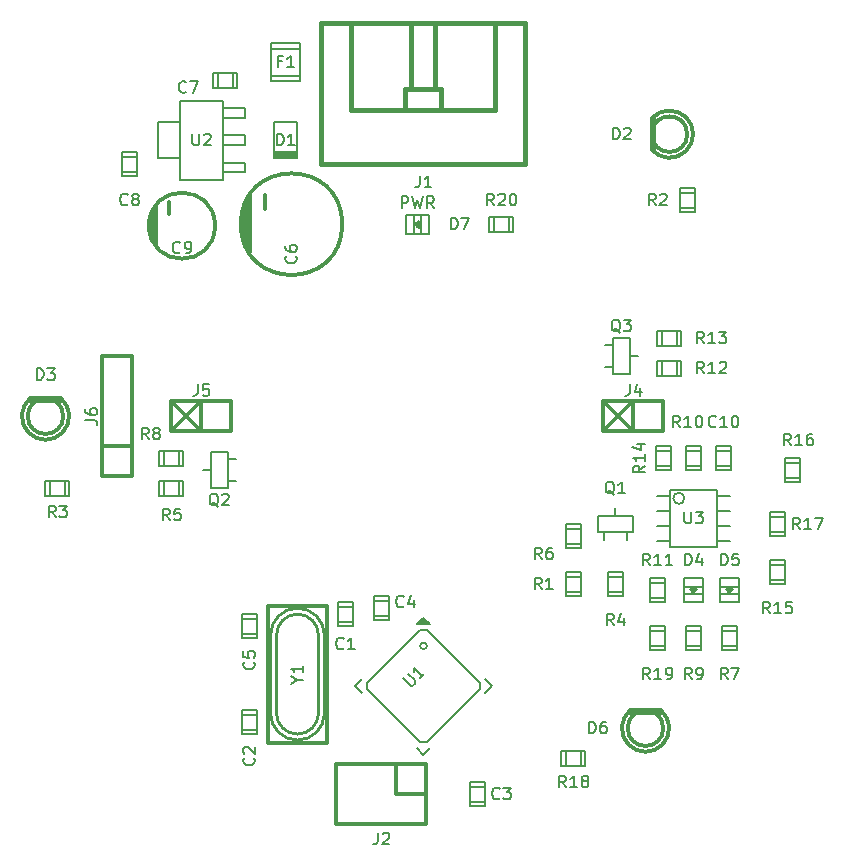
<source format=gto>
G04 #@! TF.FileFunction,Legend,Top*
%FSLAX46Y46*%
G04 Gerber Fmt 4.6, Leading zero omitted, Abs format (unit mm)*
G04 Created by KiCad (PCBNEW 4.0.6) date 01/31/18 09:47:40*
%MOMM*%
%LPD*%
G01*
G04 APERTURE LIST*
%ADD10C,0.100000*%
%ADD11C,0.127000*%
%ADD12C,0.304800*%
%ADD13C,0.300000*%
%ADD14C,0.299720*%
%ADD15C,0.149860*%
%ADD16C,0.254000*%
%ADD17C,0.381000*%
%ADD18C,0.150000*%
%ADD19C,0.203200*%
G04 APERTURE END LIST*
D10*
D11*
X37607240Y-27815540D02*
X39608760Y-27815540D01*
X39608760Y-27716480D02*
X37607240Y-27716480D01*
X37607240Y-27614880D02*
X39608760Y-27614880D01*
X39608760Y-27515820D02*
X37607240Y-27515820D01*
X39608760Y-27416760D02*
X37607240Y-27416760D01*
X39608760Y-27917140D02*
X39608760Y-24914860D01*
X39608760Y-24914860D02*
X37607240Y-24914860D01*
X37607240Y-24914860D02*
X37607240Y-27917140D01*
X37607240Y-27917140D02*
X39608760Y-27917140D01*
X44323000Y-67183000D02*
X43053000Y-67183000D01*
X44323000Y-65913000D02*
X43078400Y-65913000D01*
X44323000Y-65532000D02*
X44323000Y-67564000D01*
X44323000Y-67564000D02*
X43053000Y-67564000D01*
X43053000Y-67564000D02*
X43053000Y-65532000D01*
X43053000Y-65532000D02*
X44323000Y-65532000D01*
X36195000Y-76327000D02*
X34925000Y-76327000D01*
X36195000Y-75057000D02*
X34950400Y-75057000D01*
X36195000Y-74676000D02*
X36195000Y-76708000D01*
X36195000Y-76708000D02*
X34925000Y-76708000D01*
X34925000Y-76708000D02*
X34925000Y-74676000D01*
X34925000Y-74676000D02*
X36195000Y-74676000D01*
X54229000Y-81153000D02*
X55499000Y-81153000D01*
X54229000Y-82423000D02*
X55473600Y-82423000D01*
X54229000Y-82804000D02*
X54229000Y-80772000D01*
X54229000Y-80772000D02*
X55499000Y-80772000D01*
X55499000Y-80772000D02*
X55499000Y-82804000D01*
X55499000Y-82804000D02*
X54229000Y-82804000D01*
X47371000Y-66675000D02*
X46101000Y-66675000D01*
X47371000Y-65405000D02*
X46126400Y-65405000D01*
X47371000Y-65024000D02*
X47371000Y-67056000D01*
X47371000Y-67056000D02*
X46101000Y-67056000D01*
X46101000Y-67056000D02*
X46101000Y-65024000D01*
X46101000Y-65024000D02*
X47371000Y-65024000D01*
X34925000Y-66929000D02*
X36195000Y-66929000D01*
X34925000Y-68199000D02*
X36169600Y-68199000D01*
X34925000Y-68580000D02*
X34925000Y-66548000D01*
X34925000Y-66548000D02*
X36195000Y-66548000D01*
X36195000Y-66548000D02*
X36195000Y-68580000D01*
X36195000Y-68580000D02*
X34925000Y-68580000D01*
D12*
X35616000Y-35928000D02*
X35616000Y-31128000D01*
X43416000Y-33528000D02*
G75*
G03X43416000Y-33528000I-4300000J0D01*
G01*
X35416000Y-35328000D02*
X35416000Y-31728000D01*
X35216000Y-34928000D02*
X35216000Y-32128000D01*
X35016000Y-34328000D02*
X35016000Y-32628000D01*
D13*
X36916000Y-32228000D02*
X36916000Y-31028000D01*
D11*
X34163000Y-20701000D02*
X34163000Y-21971000D01*
X32893000Y-20701000D02*
X32893000Y-21945600D01*
X32512000Y-20701000D02*
X34544000Y-20701000D01*
X34544000Y-20701000D02*
X34544000Y-21971000D01*
X34544000Y-21971000D02*
X32512000Y-21971000D01*
X32512000Y-21971000D02*
X32512000Y-20701000D01*
X24765000Y-27813000D02*
X26035000Y-27813000D01*
X24765000Y-29083000D02*
X26009600Y-29083000D01*
X24765000Y-29464000D02*
X24765000Y-27432000D01*
X24765000Y-27432000D02*
X26035000Y-27432000D01*
X26035000Y-27432000D02*
X26035000Y-29464000D01*
X26035000Y-29464000D02*
X24765000Y-29464000D01*
X76327000Y-53975000D02*
X75057000Y-53975000D01*
X76327000Y-52705000D02*
X75082400Y-52705000D01*
X76327000Y-52324000D02*
X76327000Y-54356000D01*
X76327000Y-54356000D02*
X75057000Y-54356000D01*
X75057000Y-54356000D02*
X75057000Y-52324000D01*
X75057000Y-52324000D02*
X76327000Y-52324000D01*
D14*
X69611240Y-27218640D02*
G75*
G03X72430640Y-27416760I1508760J1310640D01*
G01*
X72450960Y-24406860D02*
G75*
G03X69618860Y-24577040I-1330960J-1501140D01*
G01*
X71120000Y-27906980D02*
G75*
G03X73118980Y-25908000I0J1998980D01*
G01*
X73118980Y-25908000D02*
G75*
G03X71120000Y-23909020I-1998980J0D01*
G01*
X69819520Y-24406860D02*
X69819520Y-27409140D01*
X69618860Y-24607520D02*
X69618860Y-27208480D01*
X72621140Y-25908000D02*
G75*
G03X72621140Y-25908000I-1501140J0D01*
G01*
X16977360Y-48275240D02*
G75*
G03X16779240Y-51094640I1310640J-1508760D01*
G01*
X19789140Y-51114960D02*
G75*
G03X19618960Y-48282860I-1501140J1330960D01*
G01*
X16289020Y-49784000D02*
G75*
G03X18288000Y-51782980I1998980J0D01*
G01*
X18288000Y-51782980D02*
G75*
G03X20286980Y-49784000I0J1998980D01*
G01*
X19789140Y-48483520D02*
X16786860Y-48483520D01*
X19588480Y-48282860D02*
X16987520Y-48282860D01*
X19789140Y-49784000D02*
G75*
G03X19789140Y-49784000I-1501140J0D01*
G01*
D11*
X73152000Y-64716660D02*
X73451720Y-64416940D01*
X73451720Y-64416940D02*
X72852280Y-64416940D01*
X72852280Y-64416940D02*
X73152000Y-64716660D01*
X73052940Y-64615060D02*
X73251060Y-64615060D01*
X73352660Y-64516000D02*
X72951340Y-64516000D01*
X72351900Y-64815720D02*
X73952100Y-64815720D01*
X73952100Y-64216280D02*
X72351900Y-64216280D01*
X73952100Y-63515240D02*
X73952100Y-65516760D01*
X73952100Y-65516760D02*
X72351900Y-65516760D01*
X72351900Y-65516760D02*
X72351900Y-63515240D01*
X72351900Y-63515240D02*
X73952100Y-63515240D01*
X76200000Y-64716660D02*
X76499720Y-64416940D01*
X76499720Y-64416940D02*
X75900280Y-64416940D01*
X75900280Y-64416940D02*
X76200000Y-64716660D01*
X76100940Y-64615060D02*
X76299060Y-64615060D01*
X76400660Y-64516000D02*
X75999340Y-64516000D01*
X75399900Y-64815720D02*
X77000100Y-64815720D01*
X77000100Y-64216280D02*
X75399900Y-64216280D01*
X77000100Y-63515240D02*
X77000100Y-65516760D01*
X77000100Y-65516760D02*
X75399900Y-65516760D01*
X75399900Y-65516760D02*
X75399900Y-63515240D01*
X75399900Y-63515240D02*
X77000100Y-63515240D01*
X39852600Y-18211800D02*
X37363400Y-18211800D01*
X37363400Y-21412200D02*
X39852600Y-21412200D01*
X39852600Y-20955000D02*
X37363400Y-20955000D01*
X37363400Y-18669000D02*
X39852600Y-18669000D01*
X37363400Y-18211800D02*
X37363400Y-21412200D01*
X39852600Y-21412200D02*
X39852600Y-18211800D01*
D12*
X50546000Y-84328000D02*
X42926000Y-84328000D01*
X42926000Y-84328000D02*
X42926000Y-79248000D01*
X42926000Y-79248000D02*
X50546000Y-79248000D01*
X50546000Y-81788000D02*
X48006000Y-81788000D01*
X48006000Y-81788000D02*
X48006000Y-79248000D01*
X50546000Y-84328000D02*
X50546000Y-79248000D01*
X68072000Y-48514000D02*
X68072000Y-51054000D01*
X68072000Y-51054000D02*
X65532000Y-48514000D01*
X65532000Y-51054000D02*
X68072000Y-48514000D01*
X70612000Y-51054000D02*
X65532000Y-51054000D01*
X65532000Y-48514000D02*
X70612000Y-48514000D01*
X65532000Y-51054000D02*
X65532000Y-48514000D01*
X70612000Y-48514000D02*
X70612000Y-51054000D01*
X31496000Y-48514000D02*
X31496000Y-51054000D01*
X31496000Y-51054000D02*
X28956000Y-48514000D01*
X28956000Y-51054000D02*
X31496000Y-48514000D01*
X34036000Y-51054000D02*
X28956000Y-51054000D01*
X28956000Y-48514000D02*
X34036000Y-48514000D01*
X28956000Y-51054000D02*
X28956000Y-48514000D01*
X34036000Y-48514000D02*
X34036000Y-51054000D01*
D11*
X62357000Y-63373000D02*
X63627000Y-63373000D01*
X62357000Y-64643000D02*
X63601600Y-64643000D01*
X62357000Y-65024000D02*
X62357000Y-62992000D01*
X62357000Y-62992000D02*
X63627000Y-62992000D01*
X63627000Y-62992000D02*
X63627000Y-65024000D01*
X63627000Y-65024000D02*
X62357000Y-65024000D01*
X72009000Y-30861000D02*
X73279000Y-30861000D01*
X72009000Y-32131000D02*
X73253600Y-32131000D01*
X72009000Y-32512000D02*
X72009000Y-30480000D01*
X72009000Y-30480000D02*
X73279000Y-30480000D01*
X73279000Y-30480000D02*
X73279000Y-32512000D01*
X73279000Y-32512000D02*
X72009000Y-32512000D01*
X18669000Y-56515000D02*
X18669000Y-55245000D01*
X19939000Y-56515000D02*
X19939000Y-55270400D01*
X20320000Y-56515000D02*
X18288000Y-56515000D01*
X18288000Y-56515000D02*
X18288000Y-55245000D01*
X18288000Y-55245000D02*
X20320000Y-55245000D01*
X20320000Y-55245000D02*
X20320000Y-56515000D01*
X67183000Y-64643000D02*
X65913000Y-64643000D01*
X67183000Y-63373000D02*
X65938400Y-63373000D01*
X67183000Y-62992000D02*
X67183000Y-65024000D01*
X67183000Y-65024000D02*
X65913000Y-65024000D01*
X65913000Y-65024000D02*
X65913000Y-62992000D01*
X65913000Y-62992000D02*
X67183000Y-62992000D01*
X29591000Y-55245000D02*
X29591000Y-56515000D01*
X28321000Y-55245000D02*
X28321000Y-56489600D01*
X27940000Y-55245000D02*
X29972000Y-55245000D01*
X29972000Y-55245000D02*
X29972000Y-56515000D01*
X29972000Y-56515000D02*
X27940000Y-56515000D01*
X27940000Y-56515000D02*
X27940000Y-55245000D01*
X63627000Y-60579000D02*
X62357000Y-60579000D01*
X63627000Y-59309000D02*
X62382400Y-59309000D01*
X63627000Y-58928000D02*
X63627000Y-60960000D01*
X63627000Y-60960000D02*
X62357000Y-60960000D01*
X62357000Y-60960000D02*
X62357000Y-58928000D01*
X62357000Y-58928000D02*
X63627000Y-58928000D01*
X75565000Y-67945000D02*
X76835000Y-67945000D01*
X75565000Y-69215000D02*
X76809600Y-69215000D01*
X75565000Y-69596000D02*
X75565000Y-67564000D01*
X75565000Y-67564000D02*
X76835000Y-67564000D01*
X76835000Y-67564000D02*
X76835000Y-69596000D01*
X76835000Y-69596000D02*
X75565000Y-69596000D01*
X28321000Y-53975000D02*
X28321000Y-52705000D01*
X29591000Y-53975000D02*
X29591000Y-52730400D01*
X29972000Y-53975000D02*
X27940000Y-53975000D01*
X27940000Y-53975000D02*
X27940000Y-52705000D01*
X27940000Y-52705000D02*
X29972000Y-52705000D01*
X29972000Y-52705000D02*
X29972000Y-53975000D01*
X73787000Y-69215000D02*
X72517000Y-69215000D01*
X73787000Y-67945000D02*
X72542400Y-67945000D01*
X73787000Y-67564000D02*
X73787000Y-69596000D01*
X73787000Y-69596000D02*
X72517000Y-69596000D01*
X72517000Y-69596000D02*
X72517000Y-67564000D01*
X72517000Y-67564000D02*
X73787000Y-67564000D01*
X73787000Y-53975000D02*
X72517000Y-53975000D01*
X73787000Y-52705000D02*
X72542400Y-52705000D01*
X73787000Y-52324000D02*
X73787000Y-54356000D01*
X73787000Y-54356000D02*
X72517000Y-54356000D01*
X72517000Y-54356000D02*
X72517000Y-52324000D01*
X72517000Y-52324000D02*
X73787000Y-52324000D01*
X69469000Y-63881000D02*
X70739000Y-63881000D01*
X69469000Y-65151000D02*
X70713600Y-65151000D01*
X69469000Y-65532000D02*
X69469000Y-63500000D01*
X69469000Y-63500000D02*
X70739000Y-63500000D01*
X70739000Y-63500000D02*
X70739000Y-65532000D01*
X70739000Y-65532000D02*
X69469000Y-65532000D01*
X71755000Y-45085000D02*
X71755000Y-46355000D01*
X70485000Y-45085000D02*
X70485000Y-46329600D01*
X70104000Y-45085000D02*
X72136000Y-45085000D01*
X72136000Y-45085000D02*
X72136000Y-46355000D01*
X72136000Y-46355000D02*
X70104000Y-46355000D01*
X70104000Y-46355000D02*
X70104000Y-45085000D01*
X70485000Y-43815000D02*
X70485000Y-42545000D01*
X71755000Y-43815000D02*
X71755000Y-42570400D01*
X72136000Y-43815000D02*
X70104000Y-43815000D01*
X70104000Y-43815000D02*
X70104000Y-42545000D01*
X70104000Y-42545000D02*
X72136000Y-42545000D01*
X72136000Y-42545000D02*
X72136000Y-43815000D01*
X69977000Y-52705000D02*
X71247000Y-52705000D01*
X69977000Y-53975000D02*
X71221600Y-53975000D01*
X69977000Y-54356000D02*
X69977000Y-52324000D01*
X69977000Y-52324000D02*
X71247000Y-52324000D01*
X71247000Y-52324000D02*
X71247000Y-54356000D01*
X71247000Y-54356000D02*
X69977000Y-54356000D01*
X79629000Y-62357000D02*
X80899000Y-62357000D01*
X79629000Y-63627000D02*
X80873600Y-63627000D01*
X79629000Y-64008000D02*
X79629000Y-61976000D01*
X79629000Y-61976000D02*
X80899000Y-61976000D01*
X80899000Y-61976000D02*
X80899000Y-64008000D01*
X80899000Y-64008000D02*
X79629000Y-64008000D01*
X80899000Y-53721000D02*
X82169000Y-53721000D01*
X80899000Y-54991000D02*
X82143600Y-54991000D01*
X80899000Y-55372000D02*
X80899000Y-53340000D01*
X80899000Y-53340000D02*
X82169000Y-53340000D01*
X82169000Y-53340000D02*
X82169000Y-55372000D01*
X82169000Y-55372000D02*
X80899000Y-55372000D01*
X79629000Y-58293000D02*
X80899000Y-58293000D01*
X79629000Y-59563000D02*
X80873600Y-59563000D01*
X79629000Y-59944000D02*
X79629000Y-57912000D01*
X79629000Y-57912000D02*
X80899000Y-57912000D01*
X80899000Y-57912000D02*
X80899000Y-59944000D01*
X80899000Y-59944000D02*
X79629000Y-59944000D01*
D15*
X50150112Y-66988235D02*
X50433888Y-66988235D01*
X50573980Y-67128327D02*
X50010020Y-67128327D01*
X49868132Y-67270215D02*
X50715868Y-67270215D01*
X49726244Y-67412103D02*
X50292000Y-66846347D01*
X50292000Y-66846347D02*
X50857756Y-67412103D01*
X50857756Y-67412103D02*
X49726244Y-67412103D01*
X45060103Y-73209756D02*
X44494347Y-72644000D01*
X44494347Y-72644000D02*
X45060103Y-72078244D01*
X50857756Y-77875897D02*
X50292000Y-78441653D01*
X50292000Y-78441653D02*
X49726244Y-77875897D01*
X55523897Y-72078244D02*
X56089653Y-72644000D01*
X56089653Y-72644000D02*
X55523897Y-73209756D01*
D11*
X50575981Y-69231503D02*
G75*
G03X50575981Y-69231503I-283981J0D01*
G01*
X45532464Y-72913408D02*
X45532464Y-72374592D01*
X45532464Y-72374592D02*
X50022592Y-67884464D01*
X50022592Y-67884464D02*
X50561408Y-67884464D01*
X50561408Y-67884464D02*
X55051536Y-72374592D01*
X55051536Y-72374592D02*
X55051536Y-72913408D01*
X55051536Y-72913408D02*
X50561408Y-77403536D01*
X50561408Y-77403536D02*
X50022592Y-77403536D01*
X50022592Y-77403536D02*
X45532464Y-72913408D01*
X27851100Y-27965400D02*
X27851100Y-24866600D01*
X27851100Y-24866600D02*
X29641800Y-24866600D01*
X27851100Y-27965400D02*
X29641800Y-27965400D01*
X35140900Y-24523700D02*
X35140900Y-23710900D01*
X35140900Y-23710900D02*
X33350200Y-23710900D01*
X35140900Y-24523700D02*
X33350200Y-24523700D01*
X35140900Y-26822400D02*
X33350200Y-26822400D01*
X35140900Y-26009600D02*
X33350200Y-26009600D01*
X35140900Y-26822400D02*
X35140900Y-26009600D01*
X35140900Y-29121100D02*
X35140900Y-28308300D01*
X35140900Y-28308300D02*
X33350200Y-28308300D01*
X35140900Y-29121100D02*
X33350200Y-29121100D01*
X33350200Y-23063200D02*
X33350200Y-29768800D01*
X33350200Y-29768800D02*
X29641800Y-29768800D01*
X29641800Y-29768800D02*
X29641800Y-23063200D01*
X29641800Y-23063200D02*
X33350200Y-23063200D01*
X75133200Y-56007000D02*
X71170800Y-56007000D01*
X71170800Y-56007000D02*
X71170800Y-60833000D01*
X71170800Y-60833000D02*
X75133200Y-60833000D01*
X75133200Y-60833000D02*
X75133200Y-56007000D01*
X75133200Y-56515000D02*
X76225400Y-56515000D01*
X75133200Y-57785000D02*
X76225400Y-57785000D01*
X75133200Y-59055000D02*
X76225400Y-59055000D01*
X76225400Y-60325000D02*
X75133200Y-60325000D01*
X71170800Y-60325000D02*
X70078600Y-60325000D01*
X70078600Y-59055000D02*
X71170800Y-59055000D01*
X70078600Y-57785000D02*
X71170800Y-57785000D01*
X70078600Y-56515000D02*
X71170800Y-56515000D01*
X72379867Y-56743600D02*
G75*
G03X72379867Y-56743600I-472467J0D01*
G01*
D14*
X37124640Y-77426820D02*
X42123360Y-77426820D01*
X42123360Y-77426820D02*
X42123360Y-65829180D01*
X42123360Y-65829180D02*
X37124640Y-65829180D01*
X37124640Y-65829180D02*
X37124640Y-77426820D01*
D16*
X39624000Y-66040000D02*
G75*
G03X37338000Y-68326000I0J-2286000D01*
G01*
X41402000Y-74930000D02*
X41402000Y-68326000D01*
X37846000Y-68326000D02*
X37846000Y-74930000D01*
X41402000Y-68326000D02*
G75*
G03X39624000Y-66548000I-1778000J0D01*
G01*
X39624000Y-66548000D02*
G75*
G03X37846000Y-68326000I0J-1778000D01*
G01*
X39624000Y-76708000D02*
G75*
G03X41402000Y-74930000I0J1778000D01*
G01*
X37846000Y-74930000D02*
G75*
G03X39624000Y-76708000I1778000J0D01*
G01*
X41910000Y-68326000D02*
G75*
G03X39624000Y-66040000I-2286000J0D01*
G01*
X41910000Y-68326000D02*
X41910000Y-74930000D01*
X37338000Y-74930000D02*
X37338000Y-68326000D01*
X39624000Y-77216000D02*
G75*
G03X41910000Y-74930000I0J2286000D01*
G01*
X37338000Y-74930000D02*
G75*
G03X39624000Y-77216000I2286000J0D01*
G01*
D12*
X27245000Y-34455000D02*
X27245000Y-32855000D01*
X27445000Y-34955000D02*
X27445000Y-32355000D01*
X27645000Y-35355000D02*
X27645000Y-31955000D01*
X32645000Y-33655000D02*
G75*
G03X32645000Y-33655000I-2800000J0D01*
G01*
D13*
X28745000Y-32655000D02*
X28745000Y-31655000D01*
D14*
X67777360Y-74691240D02*
G75*
G03X67579240Y-77510640I1310640J-1508760D01*
G01*
X70589140Y-77530960D02*
G75*
G03X70418960Y-74698860I-1501140J1330960D01*
G01*
X67089020Y-76200000D02*
G75*
G03X69088000Y-78198980I1998980J0D01*
G01*
X69088000Y-78198980D02*
G75*
G03X71086980Y-76200000I0J1998980D01*
G01*
X70589140Y-74899520D02*
X67586860Y-74899520D01*
X70388480Y-74698860D02*
X67787520Y-74698860D01*
X70589140Y-76200000D02*
G75*
G03X70589140Y-76200000I-1501140J0D01*
G01*
D11*
X63627000Y-78105000D02*
X63627000Y-79375000D01*
X62357000Y-78105000D02*
X62357000Y-79349600D01*
X61976000Y-78105000D02*
X64008000Y-78105000D01*
X64008000Y-78105000D02*
X64008000Y-79375000D01*
X64008000Y-79375000D02*
X61976000Y-79375000D01*
X61976000Y-79375000D02*
X61976000Y-78105000D01*
X33718500Y-53403500D02*
X34378900Y-53403500D01*
X33718500Y-55308500D02*
X34378900Y-55308500D01*
X32321500Y-54356000D02*
X31661100Y-54356000D01*
X32321500Y-55854600D02*
X32321500Y-52857400D01*
X32321500Y-52857400D02*
X33718500Y-52857400D01*
X33718500Y-52857400D02*
X33718500Y-55854600D01*
X33718500Y-55854600D02*
X32321500Y-55854600D01*
X66357500Y-45656500D02*
X65697100Y-45656500D01*
X66357500Y-43751500D02*
X65697100Y-43751500D01*
X67754500Y-44704000D02*
X68414900Y-44704000D01*
X67754500Y-43205400D02*
X67754500Y-46202600D01*
X67754500Y-46202600D02*
X66357500Y-46202600D01*
X66357500Y-46202600D02*
X66357500Y-43205400D01*
X66357500Y-43205400D02*
X67754500Y-43205400D01*
X67500500Y-59626500D02*
X67500500Y-60286900D01*
X65595500Y-59626500D02*
X65595500Y-60286900D01*
X66548000Y-58229500D02*
X66548000Y-57569100D01*
X65049400Y-58229500D02*
X68046600Y-58229500D01*
X68046600Y-58229500D02*
X68046600Y-59626500D01*
X68046600Y-59626500D02*
X65049400Y-59626500D01*
X65049400Y-59626500D02*
X65049400Y-58229500D01*
X69469000Y-67945000D02*
X70739000Y-67945000D01*
X69469000Y-69215000D02*
X70713600Y-69215000D01*
X69469000Y-69596000D02*
X69469000Y-67564000D01*
X69469000Y-67564000D02*
X70739000Y-67564000D01*
X70739000Y-67564000D02*
X70739000Y-69596000D01*
X70739000Y-69596000D02*
X69469000Y-69596000D01*
X49583340Y-33528000D02*
X49883060Y-33827720D01*
X49883060Y-33827720D02*
X49883060Y-33228280D01*
X49883060Y-33228280D02*
X49583340Y-33528000D01*
X49684940Y-33428940D02*
X49684940Y-33627060D01*
X49784000Y-33728660D02*
X49784000Y-33327340D01*
X49484280Y-32727900D02*
X49484280Y-34328100D01*
X50083720Y-34328100D02*
X50083720Y-32727900D01*
X50784760Y-34328100D02*
X48783240Y-34328100D01*
X48783240Y-34328100D02*
X48783240Y-32727900D01*
X48783240Y-32727900D02*
X50784760Y-32727900D01*
X50784760Y-32727900D02*
X50784760Y-34328100D01*
D17*
X41656000Y-16510000D02*
X41656000Y-28448000D01*
X58928000Y-28448000D02*
X58928000Y-16510000D01*
X48768000Y-22098000D02*
X51816000Y-22098000D01*
X49276000Y-22098000D02*
X49276000Y-16510000D01*
X48768000Y-23876000D02*
X48768000Y-22098000D01*
X51816000Y-22098000D02*
X51816000Y-23876000D01*
X51308000Y-16510000D02*
X51308000Y-22098000D01*
X56388000Y-16510000D02*
X56388000Y-23876000D01*
X56388000Y-23876000D02*
X44196000Y-23876000D01*
X44196000Y-23876000D02*
X44196000Y-16510000D01*
X58928000Y-28448000D02*
X41656000Y-28448000D01*
X41656000Y-16510000D02*
X58928000Y-16510000D01*
D11*
X57531000Y-32893000D02*
X57531000Y-34163000D01*
X56261000Y-32893000D02*
X56261000Y-34137600D01*
X55880000Y-32893000D02*
X57912000Y-32893000D01*
X57912000Y-32893000D02*
X57912000Y-34163000D01*
X57912000Y-34163000D02*
X55880000Y-34163000D01*
X55880000Y-34163000D02*
X55880000Y-32893000D01*
D12*
X23114000Y-52324000D02*
X25654000Y-52324000D01*
X25654000Y-44704000D02*
X25654000Y-54864000D01*
X23114000Y-54864000D02*
X23114000Y-44704000D01*
X25654000Y-54864000D02*
X23114000Y-54864000D01*
X23114000Y-44704000D02*
X25654000Y-44704000D01*
D18*
X37869905Y-26868381D02*
X37869905Y-25868381D01*
X38108000Y-25868381D01*
X38250858Y-25916000D01*
X38346096Y-26011238D01*
X38393715Y-26106476D01*
X38441334Y-26296952D01*
X38441334Y-26439810D01*
X38393715Y-26630286D01*
X38346096Y-26725524D01*
X38250858Y-26820762D01*
X38108000Y-26868381D01*
X37869905Y-26868381D01*
X39393715Y-26868381D02*
X38822286Y-26868381D01*
X39108000Y-26868381D02*
X39108000Y-25868381D01*
X39012762Y-26011238D01*
X38917524Y-26106476D01*
X38822286Y-26154095D01*
X43521334Y-69445143D02*
X43473715Y-69492762D01*
X43330858Y-69540381D01*
X43235620Y-69540381D01*
X43092762Y-69492762D01*
X42997524Y-69397524D01*
X42949905Y-69302286D01*
X42902286Y-69111810D01*
X42902286Y-68968952D01*
X42949905Y-68778476D01*
X42997524Y-68683238D01*
X43092762Y-68588000D01*
X43235620Y-68540381D01*
X43330858Y-68540381D01*
X43473715Y-68588000D01*
X43521334Y-68635619D01*
X44473715Y-69540381D02*
X43902286Y-69540381D01*
X44188000Y-69540381D02*
X44188000Y-68540381D01*
X44092762Y-68683238D01*
X43997524Y-68778476D01*
X43902286Y-68826095D01*
X35917143Y-78732348D02*
X35964762Y-78779967D01*
X36012381Y-78922824D01*
X36012381Y-79018062D01*
X35964762Y-79160920D01*
X35869524Y-79256158D01*
X35774286Y-79303777D01*
X35583810Y-79351396D01*
X35440952Y-79351396D01*
X35250476Y-79303777D01*
X35155238Y-79256158D01*
X35060000Y-79160920D01*
X35012381Y-79018062D01*
X35012381Y-78922824D01*
X35060000Y-78779967D01*
X35107619Y-78732348D01*
X35107619Y-78351396D02*
X35060000Y-78303777D01*
X35012381Y-78208539D01*
X35012381Y-77970443D01*
X35060000Y-77875205D01*
X35107619Y-77827586D01*
X35202857Y-77779967D01*
X35298095Y-77779967D01*
X35440952Y-77827586D01*
X36012381Y-78399015D01*
X36012381Y-77779967D01*
X56729334Y-82145143D02*
X56681715Y-82192762D01*
X56538858Y-82240381D01*
X56443620Y-82240381D01*
X56300762Y-82192762D01*
X56205524Y-82097524D01*
X56157905Y-82002286D01*
X56110286Y-81811810D01*
X56110286Y-81668952D01*
X56157905Y-81478476D01*
X56205524Y-81383238D01*
X56300762Y-81288000D01*
X56443620Y-81240381D01*
X56538858Y-81240381D01*
X56681715Y-81288000D01*
X56729334Y-81335619D01*
X57062667Y-81240381D02*
X57681715Y-81240381D01*
X57348381Y-81621333D01*
X57491239Y-81621333D01*
X57586477Y-81668952D01*
X57634096Y-81716571D01*
X57681715Y-81811810D01*
X57681715Y-82049905D01*
X57634096Y-82145143D01*
X57586477Y-82192762D01*
X57491239Y-82240381D01*
X57205524Y-82240381D01*
X57110286Y-82192762D01*
X57062667Y-82145143D01*
X48601334Y-65889143D02*
X48553715Y-65936762D01*
X48410858Y-65984381D01*
X48315620Y-65984381D01*
X48172762Y-65936762D01*
X48077524Y-65841524D01*
X48029905Y-65746286D01*
X47982286Y-65555810D01*
X47982286Y-65412952D01*
X48029905Y-65222476D01*
X48077524Y-65127238D01*
X48172762Y-65032000D01*
X48315620Y-64984381D01*
X48410858Y-64984381D01*
X48553715Y-65032000D01*
X48601334Y-65079619D01*
X49458477Y-65317714D02*
X49458477Y-65984381D01*
X49220381Y-64936762D02*
X48982286Y-65651048D01*
X49601334Y-65651048D01*
X35917143Y-70604348D02*
X35964762Y-70651967D01*
X36012381Y-70794824D01*
X36012381Y-70890062D01*
X35964762Y-71032920D01*
X35869524Y-71128158D01*
X35774286Y-71175777D01*
X35583810Y-71223396D01*
X35440952Y-71223396D01*
X35250476Y-71175777D01*
X35155238Y-71128158D01*
X35060000Y-71032920D01*
X35012381Y-70890062D01*
X35012381Y-70794824D01*
X35060000Y-70651967D01*
X35107619Y-70604348D01*
X35012381Y-69699586D02*
X35012381Y-70175777D01*
X35488571Y-70223396D01*
X35440952Y-70175777D01*
X35393333Y-70080539D01*
X35393333Y-69842443D01*
X35440952Y-69747205D01*
X35488571Y-69699586D01*
X35583810Y-69651967D01*
X35821905Y-69651967D01*
X35917143Y-69699586D01*
X35964762Y-69747205D01*
X36012381Y-69842443D01*
X36012381Y-70080539D01*
X35964762Y-70175777D01*
X35917143Y-70223396D01*
X39473143Y-36234666D02*
X39520762Y-36282285D01*
X39568381Y-36425142D01*
X39568381Y-36520380D01*
X39520762Y-36663238D01*
X39425524Y-36758476D01*
X39330286Y-36806095D01*
X39139810Y-36853714D01*
X38996952Y-36853714D01*
X38806476Y-36806095D01*
X38711238Y-36758476D01*
X38616000Y-36663238D01*
X38568381Y-36520380D01*
X38568381Y-36425142D01*
X38616000Y-36282285D01*
X38663619Y-36234666D01*
X38568381Y-35377523D02*
X38568381Y-35568000D01*
X38616000Y-35663238D01*
X38663619Y-35710857D01*
X38806476Y-35806095D01*
X38996952Y-35853714D01*
X39377905Y-35853714D01*
X39473143Y-35806095D01*
X39520762Y-35758476D01*
X39568381Y-35663238D01*
X39568381Y-35472761D01*
X39520762Y-35377523D01*
X39473143Y-35329904D01*
X39377905Y-35282285D01*
X39139810Y-35282285D01*
X39044571Y-35329904D01*
X38996952Y-35377523D01*
X38949333Y-35472761D01*
X38949333Y-35663238D01*
X38996952Y-35758476D01*
X39044571Y-35806095D01*
X39139810Y-35853714D01*
X30186334Y-22328143D02*
X30138715Y-22375762D01*
X29995858Y-22423381D01*
X29900620Y-22423381D01*
X29757762Y-22375762D01*
X29662524Y-22280524D01*
X29614905Y-22185286D01*
X29567286Y-21994810D01*
X29567286Y-21851952D01*
X29614905Y-21661476D01*
X29662524Y-21566238D01*
X29757762Y-21471000D01*
X29900620Y-21423381D01*
X29995858Y-21423381D01*
X30138715Y-21471000D01*
X30186334Y-21518619D01*
X30519667Y-21423381D02*
X31186334Y-21423381D01*
X30757762Y-22423381D01*
X25233334Y-31853143D02*
X25185715Y-31900762D01*
X25042858Y-31948381D01*
X24947620Y-31948381D01*
X24804762Y-31900762D01*
X24709524Y-31805524D01*
X24661905Y-31710286D01*
X24614286Y-31519810D01*
X24614286Y-31376952D01*
X24661905Y-31186476D01*
X24709524Y-31091238D01*
X24804762Y-30996000D01*
X24947620Y-30948381D01*
X25042858Y-30948381D01*
X25185715Y-30996000D01*
X25233334Y-31043619D01*
X25804762Y-31376952D02*
X25709524Y-31329333D01*
X25661905Y-31281714D01*
X25614286Y-31186476D01*
X25614286Y-31138857D01*
X25661905Y-31043619D01*
X25709524Y-30996000D01*
X25804762Y-30948381D01*
X25995239Y-30948381D01*
X26090477Y-30996000D01*
X26138096Y-31043619D01*
X26185715Y-31138857D01*
X26185715Y-31186476D01*
X26138096Y-31281714D01*
X26090477Y-31329333D01*
X25995239Y-31376952D01*
X25804762Y-31376952D01*
X25709524Y-31424571D01*
X25661905Y-31472190D01*
X25614286Y-31567429D01*
X25614286Y-31757905D01*
X25661905Y-31853143D01*
X25709524Y-31900762D01*
X25804762Y-31948381D01*
X25995239Y-31948381D01*
X26090477Y-31900762D01*
X26138096Y-31853143D01*
X26185715Y-31757905D01*
X26185715Y-31567429D01*
X26138096Y-31472190D01*
X26090477Y-31424571D01*
X25995239Y-31376952D01*
X75049143Y-50649143D02*
X75001524Y-50696762D01*
X74858667Y-50744381D01*
X74763429Y-50744381D01*
X74620571Y-50696762D01*
X74525333Y-50601524D01*
X74477714Y-50506286D01*
X74430095Y-50315810D01*
X74430095Y-50172952D01*
X74477714Y-49982476D01*
X74525333Y-49887238D01*
X74620571Y-49792000D01*
X74763429Y-49744381D01*
X74858667Y-49744381D01*
X75001524Y-49792000D01*
X75049143Y-49839619D01*
X76001524Y-50744381D02*
X75430095Y-50744381D01*
X75715809Y-50744381D02*
X75715809Y-49744381D01*
X75620571Y-49887238D01*
X75525333Y-49982476D01*
X75430095Y-50030095D01*
X76620571Y-49744381D02*
X76715810Y-49744381D01*
X76811048Y-49792000D01*
X76858667Y-49839619D01*
X76906286Y-49934857D01*
X76953905Y-50125333D01*
X76953905Y-50363429D01*
X76906286Y-50553905D01*
X76858667Y-50649143D01*
X76811048Y-50696762D01*
X76715810Y-50744381D01*
X76620571Y-50744381D01*
X76525333Y-50696762D01*
X76477714Y-50649143D01*
X76430095Y-50553905D01*
X76382476Y-50363429D01*
X76382476Y-50125333D01*
X76430095Y-49934857D01*
X76477714Y-49839619D01*
X76525333Y-49792000D01*
X76620571Y-49744381D01*
X66317905Y-26360381D02*
X66317905Y-25360381D01*
X66556000Y-25360381D01*
X66698858Y-25408000D01*
X66794096Y-25503238D01*
X66841715Y-25598476D01*
X66889334Y-25788952D01*
X66889334Y-25931810D01*
X66841715Y-26122286D01*
X66794096Y-26217524D01*
X66698858Y-26312762D01*
X66556000Y-26360381D01*
X66317905Y-26360381D01*
X67270286Y-25455619D02*
X67317905Y-25408000D01*
X67413143Y-25360381D01*
X67651239Y-25360381D01*
X67746477Y-25408000D01*
X67794096Y-25455619D01*
X67841715Y-25550857D01*
X67841715Y-25646095D01*
X67794096Y-25788952D01*
X67222667Y-26360381D01*
X67841715Y-26360381D01*
X17549905Y-46736381D02*
X17549905Y-45736381D01*
X17788000Y-45736381D01*
X17930858Y-45784000D01*
X18026096Y-45879238D01*
X18073715Y-45974476D01*
X18121334Y-46164952D01*
X18121334Y-46307810D01*
X18073715Y-46498286D01*
X18026096Y-46593524D01*
X17930858Y-46688762D01*
X17788000Y-46736381D01*
X17549905Y-46736381D01*
X18454667Y-45736381D02*
X19073715Y-45736381D01*
X18740381Y-46117333D01*
X18883239Y-46117333D01*
X18978477Y-46164952D01*
X19026096Y-46212571D01*
X19073715Y-46307810D01*
X19073715Y-46545905D01*
X19026096Y-46641143D01*
X18978477Y-46688762D01*
X18883239Y-46736381D01*
X18597524Y-46736381D01*
X18502286Y-46688762D01*
X18454667Y-46641143D01*
X72413905Y-62428381D02*
X72413905Y-61428381D01*
X72652000Y-61428381D01*
X72794858Y-61476000D01*
X72890096Y-61571238D01*
X72937715Y-61666476D01*
X72985334Y-61856952D01*
X72985334Y-61999810D01*
X72937715Y-62190286D01*
X72890096Y-62285524D01*
X72794858Y-62380762D01*
X72652000Y-62428381D01*
X72413905Y-62428381D01*
X73842477Y-61761714D02*
X73842477Y-62428381D01*
X73604381Y-61380762D02*
X73366286Y-62095048D01*
X73985334Y-62095048D01*
X75461905Y-62428381D02*
X75461905Y-61428381D01*
X75700000Y-61428381D01*
X75842858Y-61476000D01*
X75938096Y-61571238D01*
X75985715Y-61666476D01*
X76033334Y-61856952D01*
X76033334Y-61999810D01*
X75985715Y-62190286D01*
X75938096Y-62285524D01*
X75842858Y-62380762D01*
X75700000Y-62428381D01*
X75461905Y-62428381D01*
X76938096Y-61428381D02*
X76461905Y-61428381D01*
X76414286Y-61904571D01*
X76461905Y-61856952D01*
X76557143Y-61809333D01*
X76795239Y-61809333D01*
X76890477Y-61856952D01*
X76938096Y-61904571D01*
X76985715Y-61999810D01*
X76985715Y-62237905D01*
X76938096Y-62333143D01*
X76890477Y-62380762D01*
X76795239Y-62428381D01*
X76557143Y-62428381D01*
X76461905Y-62380762D01*
X76414286Y-62333143D01*
X38274667Y-19740571D02*
X37941333Y-19740571D01*
X37941333Y-20264381D02*
X37941333Y-19264381D01*
X38417524Y-19264381D01*
X39322286Y-20264381D02*
X38750857Y-20264381D01*
X39036571Y-20264381D02*
X39036571Y-19264381D01*
X38941333Y-19407238D01*
X38846095Y-19502476D01*
X38750857Y-19550095D01*
X46402667Y-85050381D02*
X46402667Y-85764667D01*
X46355047Y-85907524D01*
X46259809Y-86002762D01*
X46116952Y-86050381D01*
X46021714Y-86050381D01*
X46831238Y-85145619D02*
X46878857Y-85098000D01*
X46974095Y-85050381D01*
X47212191Y-85050381D01*
X47307429Y-85098000D01*
X47355048Y-85145619D01*
X47402667Y-85240857D01*
X47402667Y-85336095D01*
X47355048Y-85478952D01*
X46783619Y-86050381D01*
X47402667Y-86050381D01*
X67738667Y-47077381D02*
X67738667Y-47791667D01*
X67691047Y-47934524D01*
X67595809Y-48029762D01*
X67452952Y-48077381D01*
X67357714Y-48077381D01*
X68643429Y-47410714D02*
X68643429Y-48077381D01*
X68405333Y-47029762D02*
X68167238Y-47744048D01*
X68786286Y-47744048D01*
X31162667Y-47077381D02*
X31162667Y-47791667D01*
X31115047Y-47934524D01*
X31019809Y-48029762D01*
X30876952Y-48077381D01*
X30781714Y-48077381D01*
X32115048Y-47077381D02*
X31638857Y-47077381D01*
X31591238Y-47553571D01*
X31638857Y-47505952D01*
X31734095Y-47458333D01*
X31972191Y-47458333D01*
X32067429Y-47505952D01*
X32115048Y-47553571D01*
X32162667Y-47648810D01*
X32162667Y-47886905D01*
X32115048Y-47982143D01*
X32067429Y-48029762D01*
X31972191Y-48077381D01*
X31734095Y-48077381D01*
X31638857Y-48029762D01*
X31591238Y-47982143D01*
X60285334Y-64460381D02*
X59952000Y-63984190D01*
X59713905Y-64460381D02*
X59713905Y-63460381D01*
X60094858Y-63460381D01*
X60190096Y-63508000D01*
X60237715Y-63555619D01*
X60285334Y-63650857D01*
X60285334Y-63793714D01*
X60237715Y-63888952D01*
X60190096Y-63936571D01*
X60094858Y-63984190D01*
X59713905Y-63984190D01*
X61237715Y-64460381D02*
X60666286Y-64460381D01*
X60952000Y-64460381D02*
X60952000Y-63460381D01*
X60856762Y-63603238D01*
X60761524Y-63698476D01*
X60666286Y-63746095D01*
X69937334Y-31948381D02*
X69604000Y-31472190D01*
X69365905Y-31948381D02*
X69365905Y-30948381D01*
X69746858Y-30948381D01*
X69842096Y-30996000D01*
X69889715Y-31043619D01*
X69937334Y-31138857D01*
X69937334Y-31281714D01*
X69889715Y-31376952D01*
X69842096Y-31424571D01*
X69746858Y-31472190D01*
X69365905Y-31472190D01*
X70318286Y-31043619D02*
X70365905Y-30996000D01*
X70461143Y-30948381D01*
X70699239Y-30948381D01*
X70794477Y-30996000D01*
X70842096Y-31043619D01*
X70889715Y-31138857D01*
X70889715Y-31234095D01*
X70842096Y-31376952D01*
X70270667Y-31948381D01*
X70889715Y-31948381D01*
X19137334Y-58364381D02*
X18804000Y-57888190D01*
X18565905Y-58364381D02*
X18565905Y-57364381D01*
X18946858Y-57364381D01*
X19042096Y-57412000D01*
X19089715Y-57459619D01*
X19137334Y-57554857D01*
X19137334Y-57697714D01*
X19089715Y-57792952D01*
X19042096Y-57840571D01*
X18946858Y-57888190D01*
X18565905Y-57888190D01*
X19470667Y-57364381D02*
X20089715Y-57364381D01*
X19756381Y-57745333D01*
X19899239Y-57745333D01*
X19994477Y-57792952D01*
X20042096Y-57840571D01*
X20089715Y-57935810D01*
X20089715Y-58173905D01*
X20042096Y-58269143D01*
X19994477Y-58316762D01*
X19899239Y-58364381D01*
X19613524Y-58364381D01*
X19518286Y-58316762D01*
X19470667Y-58269143D01*
X66381334Y-67508381D02*
X66048000Y-67032190D01*
X65809905Y-67508381D02*
X65809905Y-66508381D01*
X66190858Y-66508381D01*
X66286096Y-66556000D01*
X66333715Y-66603619D01*
X66381334Y-66698857D01*
X66381334Y-66841714D01*
X66333715Y-66936952D01*
X66286096Y-66984571D01*
X66190858Y-67032190D01*
X65809905Y-67032190D01*
X67238477Y-66841714D02*
X67238477Y-67508381D01*
X67000381Y-66460762D02*
X66762286Y-67175048D01*
X67381334Y-67175048D01*
X28789334Y-58618381D02*
X28456000Y-58142190D01*
X28217905Y-58618381D02*
X28217905Y-57618381D01*
X28598858Y-57618381D01*
X28694096Y-57666000D01*
X28741715Y-57713619D01*
X28789334Y-57808857D01*
X28789334Y-57951714D01*
X28741715Y-58046952D01*
X28694096Y-58094571D01*
X28598858Y-58142190D01*
X28217905Y-58142190D01*
X29694096Y-57618381D02*
X29217905Y-57618381D01*
X29170286Y-58094571D01*
X29217905Y-58046952D01*
X29313143Y-57999333D01*
X29551239Y-57999333D01*
X29646477Y-58046952D01*
X29694096Y-58094571D01*
X29741715Y-58189810D01*
X29741715Y-58427905D01*
X29694096Y-58523143D01*
X29646477Y-58570762D01*
X29551239Y-58618381D01*
X29313143Y-58618381D01*
X29217905Y-58570762D01*
X29170286Y-58523143D01*
X60285334Y-61920381D02*
X59952000Y-61444190D01*
X59713905Y-61920381D02*
X59713905Y-60920381D01*
X60094858Y-60920381D01*
X60190096Y-60968000D01*
X60237715Y-61015619D01*
X60285334Y-61110857D01*
X60285334Y-61253714D01*
X60237715Y-61348952D01*
X60190096Y-61396571D01*
X60094858Y-61444190D01*
X59713905Y-61444190D01*
X61142477Y-60920381D02*
X60952000Y-60920381D01*
X60856762Y-60968000D01*
X60809143Y-61015619D01*
X60713905Y-61158476D01*
X60666286Y-61348952D01*
X60666286Y-61729905D01*
X60713905Y-61825143D01*
X60761524Y-61872762D01*
X60856762Y-61920381D01*
X61047239Y-61920381D01*
X61142477Y-61872762D01*
X61190096Y-61825143D01*
X61237715Y-61729905D01*
X61237715Y-61491810D01*
X61190096Y-61396571D01*
X61142477Y-61348952D01*
X61047239Y-61301333D01*
X60856762Y-61301333D01*
X60761524Y-61348952D01*
X60713905Y-61396571D01*
X60666286Y-61491810D01*
X76033334Y-72080381D02*
X75700000Y-71604190D01*
X75461905Y-72080381D02*
X75461905Y-71080381D01*
X75842858Y-71080381D01*
X75938096Y-71128000D01*
X75985715Y-71175619D01*
X76033334Y-71270857D01*
X76033334Y-71413714D01*
X75985715Y-71508952D01*
X75938096Y-71556571D01*
X75842858Y-71604190D01*
X75461905Y-71604190D01*
X76366667Y-71080381D02*
X77033334Y-71080381D01*
X76604762Y-72080381D01*
X27011334Y-51760381D02*
X26678000Y-51284190D01*
X26439905Y-51760381D02*
X26439905Y-50760381D01*
X26820858Y-50760381D01*
X26916096Y-50808000D01*
X26963715Y-50855619D01*
X27011334Y-50950857D01*
X27011334Y-51093714D01*
X26963715Y-51188952D01*
X26916096Y-51236571D01*
X26820858Y-51284190D01*
X26439905Y-51284190D01*
X27582762Y-51188952D02*
X27487524Y-51141333D01*
X27439905Y-51093714D01*
X27392286Y-50998476D01*
X27392286Y-50950857D01*
X27439905Y-50855619D01*
X27487524Y-50808000D01*
X27582762Y-50760381D01*
X27773239Y-50760381D01*
X27868477Y-50808000D01*
X27916096Y-50855619D01*
X27963715Y-50950857D01*
X27963715Y-50998476D01*
X27916096Y-51093714D01*
X27868477Y-51141333D01*
X27773239Y-51188952D01*
X27582762Y-51188952D01*
X27487524Y-51236571D01*
X27439905Y-51284190D01*
X27392286Y-51379429D01*
X27392286Y-51569905D01*
X27439905Y-51665143D01*
X27487524Y-51712762D01*
X27582762Y-51760381D01*
X27773239Y-51760381D01*
X27868477Y-51712762D01*
X27916096Y-51665143D01*
X27963715Y-51569905D01*
X27963715Y-51379429D01*
X27916096Y-51284190D01*
X27868477Y-51236571D01*
X27773239Y-51188952D01*
X72985334Y-72080381D02*
X72652000Y-71604190D01*
X72413905Y-72080381D02*
X72413905Y-71080381D01*
X72794858Y-71080381D01*
X72890096Y-71128000D01*
X72937715Y-71175619D01*
X72985334Y-71270857D01*
X72985334Y-71413714D01*
X72937715Y-71508952D01*
X72890096Y-71556571D01*
X72794858Y-71604190D01*
X72413905Y-71604190D01*
X73461524Y-72080381D02*
X73652000Y-72080381D01*
X73747239Y-72032762D01*
X73794858Y-71985143D01*
X73890096Y-71842286D01*
X73937715Y-71651810D01*
X73937715Y-71270857D01*
X73890096Y-71175619D01*
X73842477Y-71128000D01*
X73747239Y-71080381D01*
X73556762Y-71080381D01*
X73461524Y-71128000D01*
X73413905Y-71175619D01*
X73366286Y-71270857D01*
X73366286Y-71508952D01*
X73413905Y-71604190D01*
X73461524Y-71651810D01*
X73556762Y-71699429D01*
X73747239Y-71699429D01*
X73842477Y-71651810D01*
X73890096Y-71604190D01*
X73937715Y-71508952D01*
X72001143Y-50744381D02*
X71667809Y-50268190D01*
X71429714Y-50744381D02*
X71429714Y-49744381D01*
X71810667Y-49744381D01*
X71905905Y-49792000D01*
X71953524Y-49839619D01*
X72001143Y-49934857D01*
X72001143Y-50077714D01*
X71953524Y-50172952D01*
X71905905Y-50220571D01*
X71810667Y-50268190D01*
X71429714Y-50268190D01*
X72953524Y-50744381D02*
X72382095Y-50744381D01*
X72667809Y-50744381D02*
X72667809Y-49744381D01*
X72572571Y-49887238D01*
X72477333Y-49982476D01*
X72382095Y-50030095D01*
X73572571Y-49744381D02*
X73667810Y-49744381D01*
X73763048Y-49792000D01*
X73810667Y-49839619D01*
X73858286Y-49934857D01*
X73905905Y-50125333D01*
X73905905Y-50363429D01*
X73858286Y-50553905D01*
X73810667Y-50649143D01*
X73763048Y-50696762D01*
X73667810Y-50744381D01*
X73572571Y-50744381D01*
X73477333Y-50696762D01*
X73429714Y-50649143D01*
X73382095Y-50553905D01*
X73334476Y-50363429D01*
X73334476Y-50125333D01*
X73382095Y-49934857D01*
X73429714Y-49839619D01*
X73477333Y-49792000D01*
X73572571Y-49744381D01*
X69461143Y-62428381D02*
X69127809Y-61952190D01*
X68889714Y-62428381D02*
X68889714Y-61428381D01*
X69270667Y-61428381D01*
X69365905Y-61476000D01*
X69413524Y-61523619D01*
X69461143Y-61618857D01*
X69461143Y-61761714D01*
X69413524Y-61856952D01*
X69365905Y-61904571D01*
X69270667Y-61952190D01*
X68889714Y-61952190D01*
X70413524Y-62428381D02*
X69842095Y-62428381D01*
X70127809Y-62428381D02*
X70127809Y-61428381D01*
X70032571Y-61571238D01*
X69937333Y-61666476D01*
X69842095Y-61714095D01*
X71365905Y-62428381D02*
X70794476Y-62428381D01*
X71080190Y-62428381D02*
X71080190Y-61428381D01*
X70984952Y-61571238D01*
X70889714Y-61666476D01*
X70794476Y-61714095D01*
X74033143Y-46172381D02*
X73699809Y-45696190D01*
X73461714Y-46172381D02*
X73461714Y-45172381D01*
X73842667Y-45172381D01*
X73937905Y-45220000D01*
X73985524Y-45267619D01*
X74033143Y-45362857D01*
X74033143Y-45505714D01*
X73985524Y-45600952D01*
X73937905Y-45648571D01*
X73842667Y-45696190D01*
X73461714Y-45696190D01*
X74985524Y-46172381D02*
X74414095Y-46172381D01*
X74699809Y-46172381D02*
X74699809Y-45172381D01*
X74604571Y-45315238D01*
X74509333Y-45410476D01*
X74414095Y-45458095D01*
X75366476Y-45267619D02*
X75414095Y-45220000D01*
X75509333Y-45172381D01*
X75747429Y-45172381D01*
X75842667Y-45220000D01*
X75890286Y-45267619D01*
X75937905Y-45362857D01*
X75937905Y-45458095D01*
X75890286Y-45600952D01*
X75318857Y-46172381D01*
X75937905Y-46172381D01*
X74033143Y-43632381D02*
X73699809Y-43156190D01*
X73461714Y-43632381D02*
X73461714Y-42632381D01*
X73842667Y-42632381D01*
X73937905Y-42680000D01*
X73985524Y-42727619D01*
X74033143Y-42822857D01*
X74033143Y-42965714D01*
X73985524Y-43060952D01*
X73937905Y-43108571D01*
X73842667Y-43156190D01*
X73461714Y-43156190D01*
X74985524Y-43632381D02*
X74414095Y-43632381D01*
X74699809Y-43632381D02*
X74699809Y-42632381D01*
X74604571Y-42775238D01*
X74509333Y-42870476D01*
X74414095Y-42918095D01*
X75318857Y-42632381D02*
X75937905Y-42632381D01*
X75604571Y-43013333D01*
X75747429Y-43013333D01*
X75842667Y-43060952D01*
X75890286Y-43108571D01*
X75937905Y-43203810D01*
X75937905Y-43441905D01*
X75890286Y-43537143D01*
X75842667Y-43584762D01*
X75747429Y-43632381D01*
X75461714Y-43632381D01*
X75366476Y-43584762D01*
X75318857Y-43537143D01*
X69032381Y-53982857D02*
X68556190Y-54316191D01*
X69032381Y-54554286D02*
X68032381Y-54554286D01*
X68032381Y-54173333D01*
X68080000Y-54078095D01*
X68127619Y-54030476D01*
X68222857Y-53982857D01*
X68365714Y-53982857D01*
X68460952Y-54030476D01*
X68508571Y-54078095D01*
X68556190Y-54173333D01*
X68556190Y-54554286D01*
X69032381Y-53030476D02*
X69032381Y-53601905D01*
X69032381Y-53316191D02*
X68032381Y-53316191D01*
X68175238Y-53411429D01*
X68270476Y-53506667D01*
X68318095Y-53601905D01*
X68365714Y-52173333D02*
X69032381Y-52173333D01*
X67984762Y-52411429D02*
X68699048Y-52649524D01*
X68699048Y-52030476D01*
X79621143Y-66492381D02*
X79287809Y-66016190D01*
X79049714Y-66492381D02*
X79049714Y-65492381D01*
X79430667Y-65492381D01*
X79525905Y-65540000D01*
X79573524Y-65587619D01*
X79621143Y-65682857D01*
X79621143Y-65825714D01*
X79573524Y-65920952D01*
X79525905Y-65968571D01*
X79430667Y-66016190D01*
X79049714Y-66016190D01*
X80573524Y-66492381D02*
X80002095Y-66492381D01*
X80287809Y-66492381D02*
X80287809Y-65492381D01*
X80192571Y-65635238D01*
X80097333Y-65730476D01*
X80002095Y-65778095D01*
X81478286Y-65492381D02*
X81002095Y-65492381D01*
X80954476Y-65968571D01*
X81002095Y-65920952D01*
X81097333Y-65873333D01*
X81335429Y-65873333D01*
X81430667Y-65920952D01*
X81478286Y-65968571D01*
X81525905Y-66063810D01*
X81525905Y-66301905D01*
X81478286Y-66397143D01*
X81430667Y-66444762D01*
X81335429Y-66492381D01*
X81097333Y-66492381D01*
X81002095Y-66444762D01*
X80954476Y-66397143D01*
X81399143Y-52268381D02*
X81065809Y-51792190D01*
X80827714Y-52268381D02*
X80827714Y-51268381D01*
X81208667Y-51268381D01*
X81303905Y-51316000D01*
X81351524Y-51363619D01*
X81399143Y-51458857D01*
X81399143Y-51601714D01*
X81351524Y-51696952D01*
X81303905Y-51744571D01*
X81208667Y-51792190D01*
X80827714Y-51792190D01*
X82351524Y-52268381D02*
X81780095Y-52268381D01*
X82065809Y-52268381D02*
X82065809Y-51268381D01*
X81970571Y-51411238D01*
X81875333Y-51506476D01*
X81780095Y-51554095D01*
X83208667Y-51268381D02*
X83018190Y-51268381D01*
X82922952Y-51316000D01*
X82875333Y-51363619D01*
X82780095Y-51506476D01*
X82732476Y-51696952D01*
X82732476Y-52077905D01*
X82780095Y-52173143D01*
X82827714Y-52220762D01*
X82922952Y-52268381D01*
X83113429Y-52268381D01*
X83208667Y-52220762D01*
X83256286Y-52173143D01*
X83303905Y-52077905D01*
X83303905Y-51839810D01*
X83256286Y-51744571D01*
X83208667Y-51696952D01*
X83113429Y-51649333D01*
X82922952Y-51649333D01*
X82827714Y-51696952D01*
X82780095Y-51744571D01*
X82732476Y-51839810D01*
X82161143Y-59380381D02*
X81827809Y-58904190D01*
X81589714Y-59380381D02*
X81589714Y-58380381D01*
X81970667Y-58380381D01*
X82065905Y-58428000D01*
X82113524Y-58475619D01*
X82161143Y-58570857D01*
X82161143Y-58713714D01*
X82113524Y-58808952D01*
X82065905Y-58856571D01*
X81970667Y-58904190D01*
X81589714Y-58904190D01*
X83113524Y-59380381D02*
X82542095Y-59380381D01*
X82827809Y-59380381D02*
X82827809Y-58380381D01*
X82732571Y-58523238D01*
X82637333Y-58618476D01*
X82542095Y-58666095D01*
X83446857Y-58380381D02*
X84113524Y-58380381D01*
X83684952Y-59380381D01*
X48557804Y-71987300D02*
X49130224Y-72559720D01*
X49231239Y-72593392D01*
X49298582Y-72593392D01*
X49399597Y-72559720D01*
X49534285Y-72425032D01*
X49567957Y-72324017D01*
X49567957Y-72256674D01*
X49534285Y-72155659D01*
X48961865Y-71583239D01*
X50376079Y-71583239D02*
X49972017Y-71987300D01*
X50174048Y-71785270D02*
X49466941Y-71078163D01*
X49500613Y-71246522D01*
X49500613Y-71381208D01*
X49466941Y-71482224D01*
X30734095Y-25868381D02*
X30734095Y-26677905D01*
X30781714Y-26773143D01*
X30829333Y-26820762D01*
X30924571Y-26868381D01*
X31115048Y-26868381D01*
X31210286Y-26820762D01*
X31257905Y-26773143D01*
X31305524Y-26677905D01*
X31305524Y-25868381D01*
X31734095Y-25963619D02*
X31781714Y-25916000D01*
X31876952Y-25868381D01*
X32115048Y-25868381D01*
X32210286Y-25916000D01*
X32257905Y-25963619D01*
X32305524Y-26058857D01*
X32305524Y-26154095D01*
X32257905Y-26296952D01*
X31686476Y-26868381D01*
X32305524Y-26868381D01*
X72390095Y-57872381D02*
X72390095Y-58681905D01*
X72437714Y-58777143D01*
X72485333Y-58824762D01*
X72580571Y-58872381D01*
X72771048Y-58872381D01*
X72866286Y-58824762D01*
X72913905Y-58777143D01*
X72961524Y-58681905D01*
X72961524Y-57872381D01*
X73342476Y-57872381D02*
X73961524Y-57872381D01*
X73628190Y-58253333D01*
X73771048Y-58253333D01*
X73866286Y-58300952D01*
X73913905Y-58348571D01*
X73961524Y-58443810D01*
X73961524Y-58681905D01*
X73913905Y-58777143D01*
X73866286Y-58824762D01*
X73771048Y-58872381D01*
X73485333Y-58872381D01*
X73390095Y-58824762D01*
X73342476Y-58777143D01*
X39600190Y-72104191D02*
X40076381Y-72104191D01*
X39076381Y-72437524D02*
X39600190Y-72104191D01*
X39076381Y-71770857D01*
X40076381Y-70913714D02*
X40076381Y-71485143D01*
X40076381Y-71199429D02*
X39076381Y-71199429D01*
X39219238Y-71294667D01*
X39314476Y-71389905D01*
X39362095Y-71485143D01*
X29678334Y-35917143D02*
X29630715Y-35964762D01*
X29487858Y-36012381D01*
X29392620Y-36012381D01*
X29249762Y-35964762D01*
X29154524Y-35869524D01*
X29106905Y-35774286D01*
X29059286Y-35583810D01*
X29059286Y-35440952D01*
X29106905Y-35250476D01*
X29154524Y-35155238D01*
X29249762Y-35060000D01*
X29392620Y-35012381D01*
X29487858Y-35012381D01*
X29630715Y-35060000D01*
X29678334Y-35107619D01*
X30154524Y-36012381D02*
X30345000Y-36012381D01*
X30440239Y-35964762D01*
X30487858Y-35917143D01*
X30583096Y-35774286D01*
X30630715Y-35583810D01*
X30630715Y-35202857D01*
X30583096Y-35107619D01*
X30535477Y-35060000D01*
X30440239Y-35012381D01*
X30249762Y-35012381D01*
X30154524Y-35060000D01*
X30106905Y-35107619D01*
X30059286Y-35202857D01*
X30059286Y-35440952D01*
X30106905Y-35536190D01*
X30154524Y-35583810D01*
X30249762Y-35631429D01*
X30440239Y-35631429D01*
X30535477Y-35583810D01*
X30583096Y-35536190D01*
X30630715Y-35440952D01*
X64285905Y-76652381D02*
X64285905Y-75652381D01*
X64524000Y-75652381D01*
X64666858Y-75700000D01*
X64762096Y-75795238D01*
X64809715Y-75890476D01*
X64857334Y-76080952D01*
X64857334Y-76223810D01*
X64809715Y-76414286D01*
X64762096Y-76509524D01*
X64666858Y-76604762D01*
X64524000Y-76652381D01*
X64285905Y-76652381D01*
X65714477Y-75652381D02*
X65524000Y-75652381D01*
X65428762Y-75700000D01*
X65381143Y-75747619D01*
X65285905Y-75890476D01*
X65238286Y-76080952D01*
X65238286Y-76461905D01*
X65285905Y-76557143D01*
X65333524Y-76604762D01*
X65428762Y-76652381D01*
X65619239Y-76652381D01*
X65714477Y-76604762D01*
X65762096Y-76557143D01*
X65809715Y-76461905D01*
X65809715Y-76223810D01*
X65762096Y-76128571D01*
X65714477Y-76080952D01*
X65619239Y-76033333D01*
X65428762Y-76033333D01*
X65333524Y-76080952D01*
X65285905Y-76128571D01*
X65238286Y-76223810D01*
X62349143Y-81224381D02*
X62015809Y-80748190D01*
X61777714Y-81224381D02*
X61777714Y-80224381D01*
X62158667Y-80224381D01*
X62253905Y-80272000D01*
X62301524Y-80319619D01*
X62349143Y-80414857D01*
X62349143Y-80557714D01*
X62301524Y-80652952D01*
X62253905Y-80700571D01*
X62158667Y-80748190D01*
X61777714Y-80748190D01*
X63301524Y-81224381D02*
X62730095Y-81224381D01*
X63015809Y-81224381D02*
X63015809Y-80224381D01*
X62920571Y-80367238D01*
X62825333Y-80462476D01*
X62730095Y-80510095D01*
X63872952Y-80652952D02*
X63777714Y-80605333D01*
X63730095Y-80557714D01*
X63682476Y-80462476D01*
X63682476Y-80414857D01*
X63730095Y-80319619D01*
X63777714Y-80272000D01*
X63872952Y-80224381D01*
X64063429Y-80224381D01*
X64158667Y-80272000D01*
X64206286Y-80319619D01*
X64253905Y-80414857D01*
X64253905Y-80462476D01*
X64206286Y-80557714D01*
X64158667Y-80605333D01*
X64063429Y-80652952D01*
X63872952Y-80652952D01*
X63777714Y-80700571D01*
X63730095Y-80748190D01*
X63682476Y-80843429D01*
X63682476Y-81033905D01*
X63730095Y-81129143D01*
X63777714Y-81176762D01*
X63872952Y-81224381D01*
X64063429Y-81224381D01*
X64158667Y-81176762D01*
X64206286Y-81129143D01*
X64253905Y-81033905D01*
X64253905Y-80843429D01*
X64206286Y-80748190D01*
X64158667Y-80700571D01*
X64063429Y-80652952D01*
X32924762Y-57443619D02*
X32829524Y-57396000D01*
X32734286Y-57300762D01*
X32591429Y-57157905D01*
X32496190Y-57110286D01*
X32400952Y-57110286D01*
X32448571Y-57348381D02*
X32353333Y-57300762D01*
X32258095Y-57205524D01*
X32210476Y-57015048D01*
X32210476Y-56681714D01*
X32258095Y-56491238D01*
X32353333Y-56396000D01*
X32448571Y-56348381D01*
X32639048Y-56348381D01*
X32734286Y-56396000D01*
X32829524Y-56491238D01*
X32877143Y-56681714D01*
X32877143Y-57015048D01*
X32829524Y-57205524D01*
X32734286Y-57300762D01*
X32639048Y-57348381D01*
X32448571Y-57348381D01*
X33258095Y-56443619D02*
X33305714Y-56396000D01*
X33400952Y-56348381D01*
X33639048Y-56348381D01*
X33734286Y-56396000D01*
X33781905Y-56443619D01*
X33829524Y-56538857D01*
X33829524Y-56634095D01*
X33781905Y-56776952D01*
X33210476Y-57348381D01*
X33829524Y-57348381D01*
X66960762Y-42711619D02*
X66865524Y-42664000D01*
X66770286Y-42568762D01*
X66627429Y-42425905D01*
X66532190Y-42378286D01*
X66436952Y-42378286D01*
X66484571Y-42616381D02*
X66389333Y-42568762D01*
X66294095Y-42473524D01*
X66246476Y-42283048D01*
X66246476Y-41949714D01*
X66294095Y-41759238D01*
X66389333Y-41664000D01*
X66484571Y-41616381D01*
X66675048Y-41616381D01*
X66770286Y-41664000D01*
X66865524Y-41759238D01*
X66913143Y-41949714D01*
X66913143Y-42283048D01*
X66865524Y-42473524D01*
X66770286Y-42568762D01*
X66675048Y-42616381D01*
X66484571Y-42616381D01*
X67246476Y-41616381D02*
X67865524Y-41616381D01*
X67532190Y-41997333D01*
X67675048Y-41997333D01*
X67770286Y-42044952D01*
X67817905Y-42092571D01*
X67865524Y-42187810D01*
X67865524Y-42425905D01*
X67817905Y-42521143D01*
X67770286Y-42568762D01*
X67675048Y-42616381D01*
X67389333Y-42616381D01*
X67294095Y-42568762D01*
X67246476Y-42521143D01*
X66452762Y-56427619D02*
X66357524Y-56380000D01*
X66262286Y-56284762D01*
X66119429Y-56141905D01*
X66024190Y-56094286D01*
X65928952Y-56094286D01*
X65976571Y-56332381D02*
X65881333Y-56284762D01*
X65786095Y-56189524D01*
X65738476Y-55999048D01*
X65738476Y-55665714D01*
X65786095Y-55475238D01*
X65881333Y-55380000D01*
X65976571Y-55332381D01*
X66167048Y-55332381D01*
X66262286Y-55380000D01*
X66357524Y-55475238D01*
X66405143Y-55665714D01*
X66405143Y-55999048D01*
X66357524Y-56189524D01*
X66262286Y-56284762D01*
X66167048Y-56332381D01*
X65976571Y-56332381D01*
X67357524Y-56332381D02*
X66786095Y-56332381D01*
X67071809Y-56332381D02*
X67071809Y-55332381D01*
X66976571Y-55475238D01*
X66881333Y-55570476D01*
X66786095Y-55618095D01*
X69461143Y-72080381D02*
X69127809Y-71604190D01*
X68889714Y-72080381D02*
X68889714Y-71080381D01*
X69270667Y-71080381D01*
X69365905Y-71128000D01*
X69413524Y-71175619D01*
X69461143Y-71270857D01*
X69461143Y-71413714D01*
X69413524Y-71508952D01*
X69365905Y-71556571D01*
X69270667Y-71604190D01*
X68889714Y-71604190D01*
X70413524Y-72080381D02*
X69842095Y-72080381D01*
X70127809Y-72080381D02*
X70127809Y-71080381D01*
X70032571Y-71223238D01*
X69937333Y-71318476D01*
X69842095Y-71366095D01*
X70889714Y-72080381D02*
X71080190Y-72080381D01*
X71175429Y-72032762D01*
X71223048Y-71985143D01*
X71318286Y-71842286D01*
X71365905Y-71651810D01*
X71365905Y-71270857D01*
X71318286Y-71175619D01*
X71270667Y-71128000D01*
X71175429Y-71080381D01*
X70984952Y-71080381D01*
X70889714Y-71128000D01*
X70842095Y-71175619D01*
X70794476Y-71270857D01*
X70794476Y-71508952D01*
X70842095Y-71604190D01*
X70889714Y-71651810D01*
X70984952Y-71699429D01*
X71175429Y-71699429D01*
X71270667Y-71651810D01*
X71318286Y-71604190D01*
X71365905Y-71508952D01*
X52601905Y-33980381D02*
X52601905Y-32980381D01*
X52840000Y-32980381D01*
X52982858Y-33028000D01*
X53078096Y-33123238D01*
X53125715Y-33218476D01*
X53173334Y-33408952D01*
X53173334Y-33551810D01*
X53125715Y-33742286D01*
X53078096Y-33837524D01*
X52982858Y-33932762D01*
X52840000Y-33980381D01*
X52601905Y-33980381D01*
X53506667Y-32980381D02*
X54173334Y-32980381D01*
X53744762Y-33980381D01*
X48450667Y-32179521D02*
X48450667Y-31179521D01*
X48831620Y-31179521D01*
X48926858Y-31227140D01*
X48974477Y-31274759D01*
X49022096Y-31369997D01*
X49022096Y-31512854D01*
X48974477Y-31608092D01*
X48926858Y-31655711D01*
X48831620Y-31703330D01*
X48450667Y-31703330D01*
X49355429Y-31179521D02*
X49593524Y-32179521D01*
X49784001Y-31465235D01*
X49974477Y-32179521D01*
X50212572Y-31179521D01*
X51164953Y-32179521D02*
X50831619Y-31703330D01*
X50593524Y-32179521D02*
X50593524Y-31179521D01*
X50974477Y-31179521D01*
X51069715Y-31227140D01*
X51117334Y-31274759D01*
X51164953Y-31369997D01*
X51164953Y-31512854D01*
X51117334Y-31608092D01*
X51069715Y-31655711D01*
X50974477Y-31703330D01*
X50593524Y-31703330D01*
X49958667Y-29424381D02*
X49958667Y-30138667D01*
X49911047Y-30281524D01*
X49815809Y-30376762D01*
X49672952Y-30424381D01*
X49577714Y-30424381D01*
X50958667Y-30424381D02*
X50387238Y-30424381D01*
X50672952Y-30424381D02*
X50672952Y-29424381D01*
X50577714Y-29567238D01*
X50482476Y-29662476D01*
X50387238Y-29710095D01*
X56253143Y-31948381D02*
X55919809Y-31472190D01*
X55681714Y-31948381D02*
X55681714Y-30948381D01*
X56062667Y-30948381D01*
X56157905Y-30996000D01*
X56205524Y-31043619D01*
X56253143Y-31138857D01*
X56253143Y-31281714D01*
X56205524Y-31376952D01*
X56157905Y-31424571D01*
X56062667Y-31472190D01*
X55681714Y-31472190D01*
X56634095Y-31043619D02*
X56681714Y-30996000D01*
X56776952Y-30948381D01*
X57015048Y-30948381D01*
X57110286Y-30996000D01*
X57157905Y-31043619D01*
X57205524Y-31138857D01*
X57205524Y-31234095D01*
X57157905Y-31376952D01*
X56586476Y-31948381D01*
X57205524Y-31948381D01*
X57824571Y-30948381D02*
X57919810Y-30948381D01*
X58015048Y-30996000D01*
X58062667Y-31043619D01*
X58110286Y-31138857D01*
X58157905Y-31329333D01*
X58157905Y-31567429D01*
X58110286Y-31757905D01*
X58062667Y-31853143D01*
X58015048Y-31900762D01*
X57919810Y-31948381D01*
X57824571Y-31948381D01*
X57729333Y-31900762D01*
X57681714Y-31853143D01*
X57634095Y-31757905D01*
X57586476Y-31567429D01*
X57586476Y-31329333D01*
X57634095Y-31138857D01*
X57681714Y-31043619D01*
X57729333Y-30996000D01*
X57824571Y-30948381D01*
D19*
X21668619Y-50122667D02*
X22394333Y-50122667D01*
X22539476Y-50171047D01*
X22636238Y-50267809D01*
X22684619Y-50412952D01*
X22684619Y-50509714D01*
X21668619Y-49203429D02*
X21668619Y-49396952D01*
X21717000Y-49493714D01*
X21765381Y-49542095D01*
X21910524Y-49638857D01*
X22104048Y-49687238D01*
X22491095Y-49687238D01*
X22587857Y-49638857D01*
X22636238Y-49590476D01*
X22684619Y-49493714D01*
X22684619Y-49300191D01*
X22636238Y-49203429D01*
X22587857Y-49155048D01*
X22491095Y-49106667D01*
X22249190Y-49106667D01*
X22152429Y-49155048D01*
X22104048Y-49203429D01*
X22055667Y-49300191D01*
X22055667Y-49493714D01*
X22104048Y-49590476D01*
X22152429Y-49638857D01*
X22249190Y-49687238D01*
M02*

</source>
